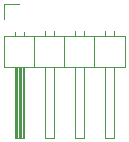
<source format=gbr>
%TF.GenerationSoftware,KiCad,Pcbnew,8.0.3*%
%TF.CreationDate,2024-06-07T22:11:16+12:00*%
%TF.ProjectId,mechanical_switch_breakout,6d656368-616e-4696-9361-6c5f73776974,0.1.0*%
%TF.SameCoordinates,Original*%
%TF.FileFunction,Legend,Bot*%
%TF.FilePolarity,Positive*%
%FSLAX46Y46*%
G04 Gerber Fmt 4.6, Leading zero omitted, Abs format (unit mm)*
G04 Created by KiCad (PCBNEW 8.0.3) date 2024-06-07 22:11:16*
%MOMM*%
%LPD*%
G01*
G04 APERTURE LIST*
%ADD10C,0.120000*%
G04 APERTURE END LIST*
D10*
%TO.C,J1*%
X124730000Y-58500000D02*
X124730000Y-57230000D01*
X124730000Y-57230000D02*
X126000000Y-57230000D01*
X128160000Y-59940000D02*
X128160000Y-59542929D01*
X128920000Y-59940000D02*
X128920000Y-59542929D01*
X130700000Y-59940000D02*
X130700000Y-59542929D01*
X131460000Y-59940000D02*
X131460000Y-59542929D01*
X133240000Y-59940000D02*
X133240000Y-59542929D01*
X134000000Y-59940000D02*
X134000000Y-59542929D01*
X125620000Y-59940000D02*
X125620000Y-59610000D01*
X126380000Y-59940000D02*
X126380000Y-59610000D01*
X134950000Y-59940000D02*
X124670000Y-59940000D01*
X127270000Y-62600000D02*
X127270000Y-59940000D01*
X129810000Y-62600000D02*
X129810000Y-59940000D01*
X132350000Y-62600000D02*
X132350000Y-59940000D01*
X134950000Y-62600000D02*
X134950000Y-59940000D01*
X124670000Y-59940000D02*
X124670000Y-62600000D01*
X125620000Y-68600000D02*
X125620000Y-62600000D01*
X125680000Y-68600000D02*
X125680000Y-62600000D01*
X125800000Y-68600000D02*
X125800000Y-62600000D01*
X125920000Y-68600000D02*
X125920000Y-62600000D01*
X126040000Y-68600000D02*
X126040000Y-62600000D01*
X126160000Y-68600000D02*
X126160000Y-62600000D01*
X126280000Y-68600000D02*
X126280000Y-62600000D01*
X128160000Y-68600000D02*
X128160000Y-62600000D01*
X130700000Y-68600000D02*
X130700000Y-62600000D01*
X133240000Y-68600000D02*
X133240000Y-62600000D01*
X124670000Y-62600000D02*
X134950000Y-62600000D01*
X126380000Y-68600000D02*
X125620000Y-68600000D01*
X126380000Y-62600000D02*
X126380000Y-68600000D01*
X128920000Y-68600000D02*
X128160000Y-68600000D01*
X128920000Y-62600000D02*
X128920000Y-68600000D01*
X131460000Y-68600000D02*
X130700000Y-68600000D01*
X131460000Y-62600000D02*
X131460000Y-68600000D01*
X134000000Y-68600000D02*
X133240000Y-68600000D01*
X134000000Y-62600000D02*
X134000000Y-68600000D01*
%TD*%
M02*

</source>
